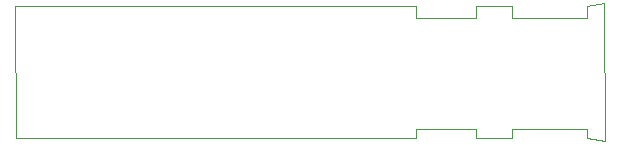
<source format=gm1>
G04 #@! TF.GenerationSoftware,KiCad,Pcbnew,6.0.7-f9a2dced07~116~ubuntu20.04.1*
G04 #@! TF.CreationDate,2022-09-06T19:45:12+02:00*
G04 #@! TF.ProjectId,wled-lion,776c6564-2d6c-4696-9f6e-2e6b69636164,rev?*
G04 #@! TF.SameCoordinates,Original*
G04 #@! TF.FileFunction,Profile,NP*
%FSLAX46Y46*%
G04 Gerber Fmt 4.6, Leading zero omitted, Abs format (unit mm)*
G04 Created by KiCad (PCBNEW 6.0.7-f9a2dced07~116~ubuntu20.04.1) date 2022-09-06 19:45:12*
%MOMM*%
%LPD*%
G01*
G04 APERTURE LIST*
G04 #@! TA.AperFunction,Profile*
%ADD10C,0.050000*%
G04 #@! TD*
G04 APERTURE END LIST*
D10*
X182372000Y-84582000D02*
X148450000Y-84550000D01*
X198350000Y-84328000D02*
X198374000Y-96012000D01*
X190500000Y-85598000D02*
X196850000Y-85598000D01*
X190500000Y-94996000D02*
X196850000Y-94996000D01*
X182372000Y-95758000D02*
X182372000Y-94996000D01*
X148450000Y-84550000D02*
X148500000Y-95758000D01*
X187452000Y-94996000D02*
X187452000Y-95758000D01*
X190500000Y-84582000D02*
X190500000Y-85598000D01*
X182372000Y-85598000D02*
X187452000Y-85598000D01*
X187452000Y-95758000D02*
X190500000Y-95758000D01*
X182372000Y-85598000D02*
X182372000Y-84582000D01*
X187452000Y-85598000D02*
X187452000Y-84582000D01*
X198350000Y-84328000D02*
X196850000Y-84582000D01*
X196850000Y-94996000D02*
X196850000Y-95758000D01*
X187452000Y-84582000D02*
X190500000Y-84582000D01*
X196850000Y-95758000D02*
X198374000Y-96012000D01*
X182372000Y-94996000D02*
X187452000Y-94996000D01*
X190500000Y-95758000D02*
X190500000Y-94996000D01*
X196850000Y-84582000D02*
X196850000Y-85598000D01*
X148500000Y-95758000D02*
X182372000Y-95758000D01*
M02*

</source>
